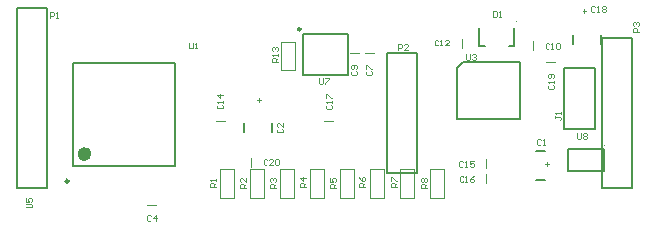
<source format=gbr>
%FSLAX25Y25*%
%MOIN*%
G70*
G01*
G75*
G04 Layer_Color=65535*
G04:AMPARAMS|DCode=10|XSize=110.24mil|YSize=43.31mil|CornerRadius=2.17mil|HoleSize=0mil|Usage=FLASHONLY|Rotation=0.000|XOffset=0mil|YOffset=0mil|HoleType=Round|Shape=RoundedRectangle|*
%AMROUNDEDRECTD10*
21,1,0.11024,0.03898,0,0,0.0*
21,1,0.10591,0.04331,0,0,0.0*
1,1,0.00433,0.05295,-0.01949*
1,1,0.00433,-0.05295,-0.01949*
1,1,0.00433,-0.05295,0.01949*
1,1,0.00433,0.05295,0.01949*
%
%ADD10ROUNDEDRECTD10*%
G04:AMPARAMS|DCode=11|XSize=19.69mil|YSize=23.62mil|CornerRadius=8.86mil|HoleSize=0mil|Usage=FLASHONLY|Rotation=270.000|XOffset=0mil|YOffset=0mil|HoleType=Round|Shape=RoundedRectangle|*
%AMROUNDEDRECTD11*
21,1,0.01969,0.00591,0,0,270.0*
21,1,0.00197,0.02362,0,0,270.0*
1,1,0.01772,-0.00295,-0.00098*
1,1,0.01772,-0.00295,0.00098*
1,1,0.01772,0.00295,0.00098*
1,1,0.01772,0.00295,-0.00098*
%
%ADD11ROUNDEDRECTD11*%
G04:AMPARAMS|DCode=12|XSize=110.24mil|YSize=43.31mil|CornerRadius=2.17mil|HoleSize=0mil|Usage=FLASHONLY|Rotation=270.000|XOffset=0mil|YOffset=0mil|HoleType=Round|Shape=RoundedRectangle|*
%AMROUNDEDRECTD12*
21,1,0.11024,0.03898,0,0,270.0*
21,1,0.10591,0.04331,0,0,270.0*
1,1,0.00433,-0.01949,-0.05295*
1,1,0.00433,-0.01949,0.05295*
1,1,0.00433,0.01949,0.05295*
1,1,0.00433,0.01949,-0.05295*
%
%ADD12ROUNDEDRECTD12*%
G04:AMPARAMS|DCode=13|XSize=19.69mil|YSize=23.62mil|CornerRadius=8.86mil|HoleSize=0mil|Usage=FLASHONLY|Rotation=180.000|XOffset=0mil|YOffset=0mil|HoleType=Round|Shape=RoundedRectangle|*
%AMROUNDEDRECTD13*
21,1,0.01969,0.00591,0,0,180.0*
21,1,0.00197,0.02362,0,0,180.0*
1,1,0.01772,-0.00098,0.00295*
1,1,0.01772,0.00098,0.00295*
1,1,0.01772,0.00098,-0.00295*
1,1,0.01772,-0.00098,-0.00295*
%
%ADD13ROUNDEDRECTD13*%
G04:AMPARAMS|DCode=14|XSize=23.62mil|YSize=35.43mil|CornerRadius=5.91mil|HoleSize=0mil|Usage=FLASHONLY|Rotation=90.000|XOffset=0mil|YOffset=0mil|HoleType=Round|Shape=RoundedRectangle|*
%AMROUNDEDRECTD14*
21,1,0.02362,0.02362,0,0,90.0*
21,1,0.01181,0.03543,0,0,90.0*
1,1,0.01181,0.01181,0.00591*
1,1,0.01181,0.01181,-0.00591*
1,1,0.01181,-0.01181,-0.00591*
1,1,0.01181,-0.01181,0.00591*
%
%ADD14ROUNDEDRECTD14*%
%ADD15O,0.02165X0.06890*%
%ADD16O,0.06890X0.02165*%
G04:AMPARAMS|DCode=17|XSize=41.73mil|YSize=25.59mil|CornerRadius=6.4mil|HoleSize=0mil|Usage=FLASHONLY|Rotation=0.000|XOffset=0mil|YOffset=0mil|HoleType=Round|Shape=RoundedRectangle|*
%AMROUNDEDRECTD17*
21,1,0.04173,0.01280,0,0,0.0*
21,1,0.02894,0.02559,0,0,0.0*
1,1,0.01280,0.01447,-0.00640*
1,1,0.01280,-0.01447,-0.00640*
1,1,0.01280,-0.01447,0.00640*
1,1,0.01280,0.01447,0.00640*
%
%ADD17ROUNDEDRECTD17*%
G04:AMPARAMS|DCode=18|XSize=52mil|YSize=24mil|CornerRadius=6mil|HoleSize=0mil|Usage=FLASHONLY|Rotation=0.000|XOffset=0mil|YOffset=0mil|HoleType=Round|Shape=RoundedRectangle|*
%AMROUNDEDRECTD18*
21,1,0.05200,0.01200,0,0,0.0*
21,1,0.04000,0.02400,0,0,0.0*
1,1,0.01200,0.02000,-0.00600*
1,1,0.01200,-0.02000,-0.00600*
1,1,0.01200,-0.02000,0.00600*
1,1,0.01200,0.02000,0.00600*
%
%ADD18ROUNDEDRECTD18*%
%ADD19R,0.05000X0.02400*%
G04:AMPARAMS|DCode=20|XSize=25.59mil|YSize=39.37mil|CornerRadius=6.4mil|HoleSize=0mil|Usage=FLASHONLY|Rotation=180.000|XOffset=0mil|YOffset=0mil|HoleType=Round|Shape=RoundedRectangle|*
%AMROUNDEDRECTD20*
21,1,0.02559,0.02658,0,0,180.0*
21,1,0.01280,0.03937,0,0,180.0*
1,1,0.01280,-0.00640,0.01329*
1,1,0.01280,0.00640,0.01329*
1,1,0.01280,0.00640,-0.01329*
1,1,0.01280,-0.00640,-0.01329*
%
%ADD20ROUNDEDRECTD20*%
G04:AMPARAMS|DCode=21|XSize=21.65mil|YSize=39.37mil|CornerRadius=5.41mil|HoleSize=0mil|Usage=FLASHONLY|Rotation=180.000|XOffset=0mil|YOffset=0mil|HoleType=Round|Shape=RoundedRectangle|*
%AMROUNDEDRECTD21*
21,1,0.02165,0.02854,0,0,180.0*
21,1,0.01083,0.03937,0,0,180.0*
1,1,0.01083,-0.00541,0.01427*
1,1,0.01083,0.00541,0.01427*
1,1,0.01083,0.00541,-0.01427*
1,1,0.01083,-0.00541,-0.01427*
%
%ADD21ROUNDEDRECTD21*%
%ADD22C,0.00591*%
%ADD23C,0.01181*%
%ADD24C,0.03937*%
G04:AMPARAMS|DCode=25|XSize=59.06mil|YSize=59.06mil|CornerRadius=8.86mil|HoleSize=0mil|Usage=FLASHONLY|Rotation=270.000|XOffset=0mil|YOffset=0mil|HoleType=Round|Shape=RoundedRectangle|*
%AMROUNDEDRECTD25*
21,1,0.05906,0.04134,0,0,270.0*
21,1,0.04134,0.05906,0,0,270.0*
1,1,0.01772,-0.02067,-0.02067*
1,1,0.01772,-0.02067,0.02067*
1,1,0.01772,0.02067,0.02067*
1,1,0.01772,0.02067,-0.02067*
%
%ADD25ROUNDEDRECTD25*%
%ADD26C,0.05906*%
%ADD27C,0.05906*%
%ADD28R,0.05906X0.05906*%
G04:AMPARAMS|DCode=29|XSize=59.06mil|YSize=59.06mil|CornerRadius=14.76mil|HoleSize=0mil|Usage=FLASHONLY|Rotation=270.000|XOffset=0mil|YOffset=0mil|HoleType=Round|Shape=RoundedRectangle|*
%AMROUNDEDRECTD29*
21,1,0.05906,0.02953,0,0,270.0*
21,1,0.02953,0.05906,0,0,270.0*
1,1,0.02953,-0.01476,-0.01476*
1,1,0.02953,-0.01476,0.01476*
1,1,0.02953,0.01476,0.01476*
1,1,0.02953,0.01476,-0.01476*
%
%ADD29ROUNDEDRECTD29*%
%ADD30C,0.01575*%
G04:AMPARAMS|DCode=31|XSize=31.5mil|YSize=31.5mil|CornerRadius=3.15mil|HoleSize=0mil|Usage=FLASHONLY|Rotation=0.000|XOffset=0mil|YOffset=0mil|HoleType=Round|Shape=RoundedRectangle|*
%AMROUNDEDRECTD31*
21,1,0.03150,0.02520,0,0,0.0*
21,1,0.02520,0.03150,0,0,0.0*
1,1,0.00630,0.01260,-0.01260*
1,1,0.00630,-0.01260,-0.01260*
1,1,0.00630,-0.01260,0.01260*
1,1,0.00630,0.01260,0.01260*
%
%ADD31ROUNDEDRECTD31*%
G04:AMPARAMS|DCode=32|XSize=23.62mil|YSize=35.43mil|CornerRadius=5.91mil|HoleSize=0mil|Usage=FLASHONLY|Rotation=180.000|XOffset=0mil|YOffset=0mil|HoleType=Round|Shape=RoundedRectangle|*
%AMROUNDEDRECTD32*
21,1,0.02362,0.02362,0,0,180.0*
21,1,0.01181,0.03543,0,0,180.0*
1,1,0.01181,-0.00591,0.01181*
1,1,0.01181,0.00591,0.01181*
1,1,0.01181,0.00591,-0.01181*
1,1,0.01181,-0.00591,-0.01181*
%
%ADD32ROUNDEDRECTD32*%
%ADD33O,0.01181X0.07087*%
%ADD34O,0.07087X0.01181*%
%ADD35C,0.00984*%
%ADD36C,0.02362*%
%ADD37C,0.00400*%
%ADD38C,0.00394*%
%ADD39C,0.00787*%
%ADD40C,0.00800*%
%ADD41C,0.00500*%
D22*
X95350Y50110D02*
X110311D01*
Y63890D01*
X95350D02*
X110311D01*
X95350Y50110D02*
Y63890D01*
D35*
X17252Y14756D02*
G03*
X17252Y14756I-492J0D01*
G01*
X94563Y65465D02*
G03*
X94563Y65465I-394J0D01*
G01*
D36*
X23748Y23811D02*
G03*
X23748Y23811I-1181J0D01*
G01*
D37*
X166598Y67858D02*
G03*
X166598Y67858I-200J0D01*
G01*
D38*
X195862Y26752D02*
G03*
X195862Y26752I-197J0D01*
G01*
X176500Y54537D02*
X179500D01*
X156537Y14000D02*
Y17000D01*
Y19000D02*
Y22000D01*
X137600Y9295D02*
X142400D01*
Y18794D01*
X137600D02*
X142400D01*
X137600Y9295D02*
Y18794D01*
X117600Y9295D02*
X122400D01*
Y18794D01*
X117600D02*
X122400D01*
X117600Y9295D02*
Y18794D01*
X127600Y9295D02*
X132400D01*
Y18794D01*
X127600D02*
X132400D01*
X127600Y9295D02*
Y18794D01*
X107600Y9295D02*
X112400D01*
Y18794D01*
X107600D02*
X112400D01*
X107600Y9295D02*
Y18794D01*
X97600Y9295D02*
X102400D01*
Y18794D01*
X97600D02*
X102400D01*
X97600Y9295D02*
Y18794D01*
X87600Y9295D02*
X92400D01*
Y18794D01*
X87600D02*
X92400D01*
X87600Y9295D02*
Y18794D01*
X77600Y9295D02*
X82400D01*
Y18794D01*
X77600D02*
X82400D01*
X77600Y9295D02*
Y18794D01*
X67600Y9295D02*
X72400D01*
Y18794D01*
X67600D02*
X72400D01*
X67600Y9295D02*
Y18794D01*
X43500Y6963D02*
X46500D01*
X66500Y34963D02*
X69500D01*
X77963Y19500D02*
Y22500D01*
X102500Y34963D02*
X105500D01*
X88100Y51794D02*
X92900D01*
X92900Y61295D01*
X88100D02*
X92900D01*
X88100D02*
X88100Y51794D01*
X111000Y57463D02*
X114000D01*
X116000Y57463D02*
X119000D01*
X148537Y59000D02*
Y62000D01*
X172037Y58500D02*
Y61500D01*
X174812Y28390D02*
X174484Y28718D01*
X173828D01*
X173500Y28390D01*
Y27078D01*
X173828Y26750D01*
X174484D01*
X174812Y27078D01*
X175468Y26750D02*
X176124D01*
X175796D01*
Y28718D01*
X175468Y28390D01*
X87110Y32312D02*
X86782Y31984D01*
Y31328D01*
X87110Y31000D01*
X88422D01*
X88750Y31328D01*
Y31984D01*
X88422Y32312D01*
X88750Y34280D02*
Y32968D01*
X87438Y34280D01*
X87110D01*
X86782Y33952D01*
Y33296D01*
X87110Y32968D01*
X44812Y3140D02*
X44484Y3468D01*
X43828D01*
X43500Y3140D01*
Y1828D01*
X43828Y1500D01*
X44484D01*
X44812Y1828D01*
X46452Y1500D02*
Y3468D01*
X45468Y2484D01*
X46780D01*
X116860Y51562D02*
X116532Y51234D01*
Y50578D01*
X116860Y50250D01*
X118172D01*
X118500Y50578D01*
Y51234D01*
X118172Y51562D01*
X116532Y52218D02*
Y53530D01*
X116860D01*
X118172Y52218D01*
X118500D01*
X111860Y51562D02*
X111532Y51234D01*
Y50578D01*
X111860Y50250D01*
X113172D01*
X113500Y50578D01*
Y51234D01*
X113172Y51562D01*
Y52218D02*
X113500Y52546D01*
Y53202D01*
X113172Y53530D01*
X111860D01*
X111532Y53202D01*
Y52546D01*
X111860Y52218D01*
X112188D01*
X112516Y52546D01*
Y53530D01*
X177562Y60390D02*
X177234Y60718D01*
X176578D01*
X176250Y60390D01*
Y59078D01*
X176578Y58750D01*
X177234D01*
X177562Y59078D01*
X178218Y58750D02*
X178874D01*
X178546D01*
Y60718D01*
X178218Y60390D01*
X179858D02*
X180186Y60718D01*
X180842D01*
X181170Y60390D01*
Y59078D01*
X180842Y58750D01*
X180186D01*
X179858Y59078D01*
Y60390D01*
X140562Y61640D02*
X140234Y61968D01*
X139578D01*
X139250Y61640D01*
Y60328D01*
X139578Y60000D01*
X140234D01*
X140562Y60328D01*
X141218Y60000D02*
X141874D01*
X141546D01*
Y61968D01*
X141218Y61640D01*
X144170Y60000D02*
X142858D01*
X144170Y61312D01*
Y61640D01*
X143842Y61968D01*
X143186D01*
X142858Y61640D01*
X67110Y40312D02*
X66782Y39984D01*
Y39328D01*
X67110Y39000D01*
X68422D01*
X68750Y39328D01*
Y39984D01*
X68422Y40312D01*
X68750Y40968D02*
Y41624D01*
Y41296D01*
X66782D01*
X67110Y40968D01*
X68750Y43592D02*
X66782D01*
X67766Y42608D01*
Y43920D01*
X148812Y21140D02*
X148484Y21468D01*
X147828D01*
X147500Y21140D01*
Y19828D01*
X147828Y19500D01*
X148484D01*
X148812Y19828D01*
X149468Y19500D02*
X150124D01*
X149796D01*
Y21468D01*
X149468Y21140D01*
X152420Y21468D02*
X151108D01*
Y20484D01*
X151764Y20812D01*
X152092D01*
X152420Y20484D01*
Y19828D01*
X152092Y19500D01*
X151436D01*
X151108Y19828D01*
X148907Y16295D02*
X148579Y16623D01*
X147923D01*
X147595Y16295D01*
Y14983D01*
X147923Y14655D01*
X148579D01*
X148907Y14983D01*
X149562Y14655D02*
X150218D01*
X149890D01*
Y16623D01*
X149562Y16295D01*
X152514Y16623D02*
X151858Y16295D01*
X151202Y15639D01*
Y14983D01*
X151530Y14655D01*
X152186D01*
X152514Y14983D01*
Y15311D01*
X152186Y15639D01*
X151202D01*
X103360Y40062D02*
X103032Y39734D01*
Y39078D01*
X103360Y38750D01*
X104672D01*
X105000Y39078D01*
Y39734D01*
X104672Y40062D01*
X105000Y40718D02*
Y41374D01*
Y41046D01*
X103032D01*
X103360Y40718D01*
X103032Y42358D02*
Y43670D01*
X103360D01*
X104672Y42358D01*
X105000D01*
X192812Y72890D02*
X192484Y73218D01*
X191828D01*
X191500Y72890D01*
Y71578D01*
X191828Y71250D01*
X192484D01*
X192812Y71578D01*
X193468Y71250D02*
X194124D01*
X193796D01*
Y73218D01*
X193468Y72890D01*
X195108D02*
X195436Y73218D01*
X196092D01*
X196420Y72890D01*
Y72562D01*
X196092Y72234D01*
X196420Y71906D01*
Y71578D01*
X196092Y71250D01*
X195436D01*
X195108Y71578D01*
Y71906D01*
X195436Y72234D01*
X195108Y72562D01*
Y72890D01*
X195436Y72234D02*
X196092D01*
X177360Y46812D02*
X177032Y46484D01*
Y45828D01*
X177360Y45500D01*
X178672D01*
X179000Y45828D01*
Y46484D01*
X178672Y46812D01*
X179000Y47468D02*
Y48124D01*
Y47796D01*
X177032D01*
X177360Y47468D01*
X178672Y49108D02*
X179000Y49436D01*
Y50092D01*
X178672Y50420D01*
X177360D01*
X177032Y50092D01*
Y49436D01*
X177360Y49108D01*
X177688D01*
X178016Y49436D01*
Y50420D01*
X83562Y21890D02*
X83234Y22218D01*
X82578D01*
X82250Y21890D01*
Y20578D01*
X82578Y20250D01*
X83234D01*
X83562Y20578D01*
X85530Y20250D02*
X84218D01*
X85530Y21562D01*
Y21890D01*
X85202Y22218D01*
X84546D01*
X84218Y21890D01*
X86186D02*
X86514Y22218D01*
X87170D01*
X87498Y21890D01*
Y20578D01*
X87170Y20250D01*
X86514D01*
X86186Y20578D01*
Y21890D01*
X158750Y71468D02*
Y69500D01*
X159734D01*
X160062Y69828D01*
Y71140D01*
X159734Y71468D01*
X158750D01*
X160718Y69500D02*
X161374D01*
X161046D01*
Y71468D01*
X160718Y71140D01*
X179532Y36562D02*
Y35906D01*
Y36234D01*
X181172D01*
X181500Y35906D01*
Y35578D01*
X181172Y35250D01*
X181500Y37218D02*
Y37874D01*
Y37546D01*
X179532D01*
X179860Y37218D01*
X11000Y69250D02*
Y71218D01*
X11984D01*
X12312Y70890D01*
Y70234D01*
X11984Y69906D01*
X11000D01*
X12968Y69250D02*
X13624D01*
X13296D01*
Y71218D01*
X12968Y70890D01*
X127000Y58500D02*
Y60468D01*
X127984D01*
X128312Y60140D01*
Y59484D01*
X127984Y59156D01*
X127000D01*
X130280Y58500D02*
X128968D01*
X130280Y59812D01*
Y60140D01*
X129952Y60468D01*
X129296D01*
X128968Y60140D01*
X207250Y64500D02*
X205282D01*
Y65484D01*
X205610Y65812D01*
X206266D01*
X206594Y65484D01*
Y64500D01*
X205610Y66468D02*
X205282Y66796D01*
Y67452D01*
X205610Y67780D01*
X205938D01*
X206266Y67452D01*
Y67124D01*
Y67452D01*
X206594Y67780D01*
X206922D01*
X207250Y67452D01*
Y66796D01*
X206922Y66468D01*
X66403Y12889D02*
X64435D01*
Y13873D01*
X64763Y14201D01*
X65419D01*
X65747Y13873D01*
Y12889D01*
Y13545D02*
X66403Y14201D01*
Y14857D02*
Y15513D01*
Y15185D01*
X64435D01*
X64763Y14857D01*
X76403Y12537D02*
X74435D01*
Y13521D01*
X74763Y13848D01*
X75419D01*
X75747Y13521D01*
Y12537D01*
Y13193D02*
X76403Y13848D01*
Y15816D02*
Y14504D01*
X75091Y15816D01*
X74763D01*
X74435Y15488D01*
Y14832D01*
X74763Y14504D01*
X86500Y12500D02*
X84532D01*
Y13484D01*
X84860Y13812D01*
X85516D01*
X85844Y13484D01*
Y12500D01*
Y13156D02*
X86500Y13812D01*
X84860Y14468D02*
X84532Y14796D01*
Y15452D01*
X84860Y15780D01*
X85188D01*
X85516Y15452D01*
Y15124D01*
Y15452D01*
X85844Y15780D01*
X86172D01*
X86500Y15452D01*
Y14796D01*
X86172Y14468D01*
X96500Y12750D02*
X94532D01*
Y13734D01*
X94860Y14062D01*
X95516D01*
X95844Y13734D01*
Y12750D01*
Y13406D02*
X96500Y14062D01*
Y15702D02*
X94532D01*
X95516Y14718D01*
Y16030D01*
X106250Y12500D02*
X104282D01*
Y13484D01*
X104610Y13812D01*
X105266D01*
X105594Y13484D01*
Y12500D01*
Y13156D02*
X106250Y13812D01*
X104282Y15780D02*
Y14468D01*
X105266D01*
X104938Y15124D01*
Y15452D01*
X105266Y15780D01*
X105922D01*
X106250Y15452D01*
Y14796D01*
X105922Y14468D01*
X116000Y12750D02*
X114032D01*
Y13734D01*
X114360Y14062D01*
X115016D01*
X115344Y13734D01*
Y12750D01*
Y13406D02*
X116000Y14062D01*
X114032Y16030D02*
X114360Y15374D01*
X115016Y14718D01*
X115672D01*
X116000Y15046D01*
Y15702D01*
X115672Y16030D01*
X115344D01*
X115016Y15702D01*
Y14718D01*
X126750Y12750D02*
X124782D01*
Y13734D01*
X125110Y14062D01*
X125766D01*
X126094Y13734D01*
Y12750D01*
Y13406D02*
X126750Y14062D01*
X124782Y14718D02*
Y16030D01*
X125110D01*
X126422Y14718D01*
X126750D01*
X136750Y12500D02*
X134782D01*
Y13484D01*
X135110Y13812D01*
X135766D01*
X136094Y13484D01*
Y12500D01*
Y13156D02*
X136750Y13812D01*
X135110Y14468D02*
X134782Y14796D01*
Y15452D01*
X135110Y15780D01*
X135438D01*
X135766Y15452D01*
X136094Y15780D01*
X136422D01*
X136750Y15452D01*
Y14796D01*
X136422Y14468D01*
X136094D01*
X135766Y14796D01*
X135438Y14468D01*
X135110D01*
X135766Y14796D02*
Y15452D01*
X87000Y54500D02*
X85032D01*
Y55484D01*
X85360Y55812D01*
X86016D01*
X86344Y55484D01*
Y54500D01*
Y55156D02*
X87000Y55812D01*
Y56468D02*
Y57124D01*
Y56796D01*
X85032D01*
X85360Y56468D01*
Y58108D02*
X85032Y58436D01*
Y59092D01*
X85360Y59420D01*
X85688D01*
X86016Y59092D01*
Y58764D01*
Y59092D01*
X86344Y59420D01*
X86672D01*
X87000Y59092D01*
Y58436D01*
X86672Y58108D01*
X57500Y60968D02*
Y59328D01*
X57828Y59000D01*
X58484D01*
X58812Y59328D01*
Y60968D01*
X59468Y59000D02*
X60124D01*
X59796D01*
Y60968D01*
X59468Y60640D01*
X3032Y6000D02*
X4672D01*
X5000Y6328D01*
Y6984D01*
X4672Y7312D01*
X3032D01*
Y9280D02*
Y7968D01*
X4016D01*
X3688Y8624D01*
Y8952D01*
X4016Y9280D01*
X4672D01*
X5000Y8952D01*
Y8296D01*
X4672Y7968D01*
X100750Y49218D02*
Y47578D01*
X101078Y47250D01*
X101734D01*
X102062Y47578D01*
Y49218D01*
X102718D02*
X104030D01*
Y48890D01*
X102718Y47578D01*
Y47250D01*
X186750Y30718D02*
Y29078D01*
X187078Y28750D01*
X187734D01*
X188062Y29078D01*
Y30718D01*
X188718Y30390D02*
X189046Y30718D01*
X189702D01*
X190030Y30390D01*
Y30062D01*
X189702Y29734D01*
X190030Y29406D01*
Y29078D01*
X189702Y28750D01*
X189046D01*
X188718Y29078D01*
Y29406D01*
X189046Y29734D01*
X188718Y30062D01*
Y30390D01*
X189046Y29734D02*
X189702D01*
X149750Y57218D02*
Y55578D01*
X150078Y55250D01*
X150734D01*
X151062Y55578D01*
Y57218D01*
X151718Y56890D02*
X152046Y57218D01*
X152702D01*
X153030Y56890D01*
Y56562D01*
X152702Y56234D01*
X152374D01*
X152702D01*
X153030Y55906D01*
Y55578D01*
X152702Y55250D01*
X152046D01*
X151718Y55578D01*
X189234Y72250D02*
Y70938D01*
X189890Y71594D02*
X188578D01*
X177500Y20516D02*
X176188D01*
X176844Y19860D02*
Y21172D01*
X80734Y42500D02*
Y41188D01*
X81390Y41844D02*
X80078D01*
D39*
X194724Y60425D02*
Y63575D01*
X185276Y60425D02*
Y63575D01*
X195000Y12500D02*
X205000D01*
X195000D02*
Y62500D01*
X205000Y12500D02*
Y62500D01*
X195000D02*
X205000D01*
X173020Y15276D02*
X176169Y15276D01*
X173020Y24724D02*
X176169D01*
X123500Y17500D02*
X133500D01*
X123500D02*
X123500Y57500D01*
X133500D02*
X133500Y17500D01*
X123500Y57500D02*
X133500D01*
X18630Y19874D02*
X52882D01*
X18630Y54126D02*
X52882D01*
X18630Y19874D02*
Y54126D01*
X52882Y19874D02*
Y54126D01*
X10000Y12500D02*
Y72500D01*
X0Y12500D02*
Y72500D01*
Y12500D02*
X10000D01*
X0Y72500D02*
X10000D01*
X85224Y31020D02*
X85224Y34169D01*
X75776Y31020D02*
Y34169D01*
X182500Y32300D02*
Y45000D01*
X192900Y32300D02*
Y52500D01*
X182500D02*
X192900D01*
X182500Y45000D02*
Y52500D01*
Y32300D02*
X192900D01*
D40*
X148600Y54500D02*
X167800D01*
X146600Y35500D02*
X167800D01*
Y54500D01*
X146600Y35500D02*
Y52500D01*
X148600Y54500D01*
D41*
X163937Y59984D02*
X165905D01*
X154095D02*
X156063D01*
X154095D02*
X154095Y65890D01*
X165905Y59984D02*
Y65890D01*
X183658Y25374D02*
X195862D01*
X183658Y18287D02*
X195862D01*
X183658D02*
Y25374D01*
X195862Y18287D02*
Y25374D01*
M02*

</source>
